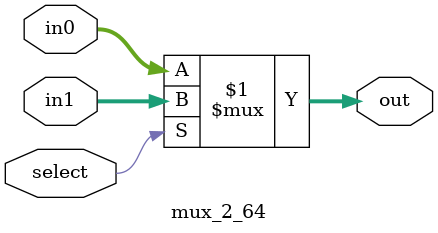
<source format=v>
module mux_2_64(out, in0, in1, select);

	input select;
	input [63:0] in0, in1;
	output [63:0] out;
	assign out = select ? in1 : in0;

endmodule

</source>
